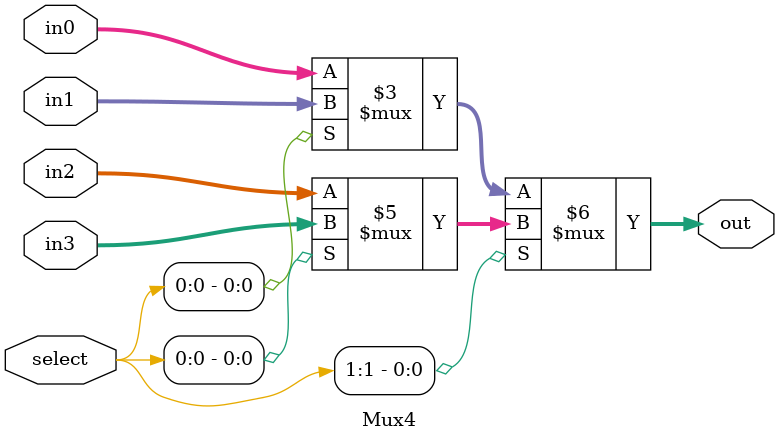
<source format=v>
/*
	Mux4
		- 4:1 multiplexer
*/

`timescale 1ns / 1ps

module Mux4 #(parameter Width = 8)
 			 (input  [Width-1:0] in0,  
              input  [Width-1:0] in1,
              input  [Width-1:0] in2,
              input  [Width-1:0] in3,
			  input  [1:0]       select,
	          output [Width-1:0] out);
    
    assign out = (select [1] == 0 ? (select [0] == 0 ? in0 : in1) : (select [0] == 0 ? in2 : in3));
        
endmodule

</source>
